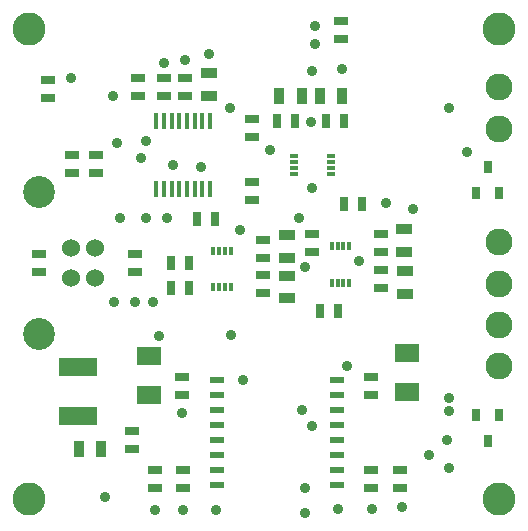
<source format=gbs>
G04 (created by PCBNEW (2013-07-07 BZR 4022)-stable) date 19.12.2014 22:13:32*
%MOIN*%
G04 Gerber Fmt 3.4, Leading zero omitted, Abs format*
%FSLAX34Y34*%
G01*
G70*
G90*
G04 APERTURE LIST*
%ADD10C,0.00590551*%
%ADD11C,0.06*%
%ADD12C,0.1063*%
%ADD13R,0.0315X0.0394*%
%ADD14R,0.045X0.02*%
%ADD15R,0.08X0.06*%
%ADD16R,0.055X0.035*%
%ADD17R,0.035X0.055*%
%ADD18R,0.045X0.025*%
%ADD19R,0.025X0.045*%
%ADD20R,0.125984X0.0590551*%
%ADD21C,0.09*%
%ADD22R,0.0314961X0.011811*%
%ADD23R,0.011811X0.0314961*%
%ADD24R,0.0138X0.0551*%
%ADD25C,0.110236*%
%ADD26C,0.035*%
G04 APERTURE END LIST*
G54D10*
G54D11*
X4149Y9339D03*
X4149Y10339D03*
X3362Y10339D03*
X3362Y9339D03*
G54D12*
X2299Y7477D03*
X2299Y12201D03*
G54D13*
X17250Y3917D03*
X17625Y4783D03*
X16875Y4783D03*
X17250Y13033D03*
X16875Y12167D03*
X17625Y12167D03*
G54D14*
X8225Y2429D03*
X8225Y2929D03*
X8225Y3429D03*
X8225Y3929D03*
X8225Y4429D03*
X8225Y4929D03*
X8225Y5429D03*
X8225Y5929D03*
X12225Y5929D03*
X12225Y5429D03*
X12225Y4929D03*
X12225Y4429D03*
X12225Y3929D03*
X12225Y3429D03*
X12225Y2929D03*
X12225Y2429D03*
G54D15*
X14550Y5550D03*
X14550Y6850D03*
X5975Y5429D03*
X5975Y6729D03*
G54D16*
X10549Y9414D03*
X10549Y8664D03*
X10549Y10014D03*
X10549Y10764D03*
X14499Y9564D03*
X14499Y8814D03*
X14449Y10214D03*
X14449Y10964D03*
G54D17*
X10299Y15414D03*
X11049Y15414D03*
X12399Y15414D03*
X11649Y15414D03*
G54D16*
X7949Y15414D03*
X7949Y16164D03*
G54D17*
X3625Y3650D03*
X4375Y3650D03*
G54D18*
X5600Y16000D03*
X5600Y15400D03*
X13699Y10189D03*
X13699Y10789D03*
X9749Y9439D03*
X9749Y8839D03*
X9749Y9989D03*
X9749Y10589D03*
G54D19*
X11649Y8239D03*
X12249Y8239D03*
G54D18*
X11399Y10189D03*
X11399Y10789D03*
G54D19*
X6699Y8989D03*
X7299Y8989D03*
X6699Y9839D03*
X7299Y9839D03*
X12474Y14564D03*
X11874Y14564D03*
X10224Y14564D03*
X10824Y14564D03*
G54D18*
X12350Y17900D03*
X12350Y17300D03*
X5499Y10139D03*
X5499Y9539D03*
X3399Y12839D03*
X3399Y13439D03*
X4199Y12839D03*
X4199Y13439D03*
X2600Y15950D03*
X2600Y15350D03*
X7075Y5429D03*
X7075Y6029D03*
X13375Y5429D03*
X13375Y6029D03*
X13375Y2929D03*
X13375Y2329D03*
X14325Y2929D03*
X14325Y2329D03*
X6150Y2950D03*
X6150Y2350D03*
X7100Y2950D03*
X7100Y2350D03*
X6449Y15389D03*
X6449Y15989D03*
X7149Y15389D03*
X7149Y15989D03*
X5400Y3650D03*
X5400Y4250D03*
X2299Y10139D03*
X2299Y9539D03*
X13699Y9589D03*
X13699Y8989D03*
G54D19*
X12449Y11789D03*
X13049Y11789D03*
X7550Y11300D03*
X8150Y11300D03*
G54D18*
X9399Y14039D03*
X9399Y14639D03*
X9399Y11939D03*
X9399Y12539D03*
G54D20*
X3600Y6376D03*
X3600Y4723D03*
G54D21*
X17616Y14311D03*
X17616Y15688D03*
X17616Y9150D03*
X17616Y10528D03*
X17616Y6394D03*
X17616Y7772D03*
G54D22*
X12034Y13409D03*
X12034Y13212D03*
X12034Y13015D03*
X12034Y12819D03*
X10813Y12819D03*
X10813Y13015D03*
X10813Y13212D03*
X10813Y13409D03*
G54D23*
X12644Y9179D03*
X12447Y9179D03*
X12250Y9179D03*
X12053Y9179D03*
X12053Y10399D03*
X12250Y10399D03*
X12447Y10399D03*
X12644Y10399D03*
X8694Y9029D03*
X8497Y9029D03*
X8300Y9029D03*
X8103Y9029D03*
X8103Y10249D03*
X8300Y10249D03*
X8497Y10249D03*
X8694Y10249D03*
G54D24*
X6203Y14571D03*
X6459Y14571D03*
X6715Y14571D03*
X6971Y14571D03*
X7227Y14571D03*
X7483Y14571D03*
X7739Y14571D03*
X7995Y14571D03*
X7995Y12307D03*
X7739Y12307D03*
X7483Y12307D03*
X7227Y12307D03*
X6971Y12307D03*
X6715Y12307D03*
X6459Y12307D03*
X6203Y12307D03*
G54D25*
X1968Y1968D03*
X17631Y1968D03*
X1968Y17631D03*
X17631Y17631D03*
G54D26*
X12550Y6400D03*
X11400Y16250D03*
X5850Y13900D03*
X9000Y10950D03*
X7700Y13050D03*
X13850Y11850D03*
X10000Y13600D03*
X4500Y2050D03*
X11500Y17150D03*
X12400Y16300D03*
X12950Y9900D03*
X8700Y7450D03*
X7050Y4850D03*
X8650Y15000D03*
X4900Y13850D03*
X5700Y13350D03*
X6750Y13100D03*
X11350Y14550D03*
X11150Y9700D03*
X10950Y11350D03*
X5500Y8550D03*
X4800Y8550D03*
X11400Y12350D03*
X6300Y7400D03*
X9100Y5950D03*
X6550Y11350D03*
X5000Y11350D03*
X5850Y11350D03*
X7950Y16800D03*
X6450Y16500D03*
X7150Y16600D03*
X14750Y11650D03*
X6100Y8550D03*
X8200Y1600D03*
X7100Y1600D03*
X6150Y1600D03*
X14400Y1700D03*
X13400Y1650D03*
X12250Y1650D03*
X11150Y1500D03*
X11150Y2350D03*
X15950Y4900D03*
X15950Y5350D03*
X15950Y3000D03*
X16550Y13550D03*
X3350Y16000D03*
X11500Y17750D03*
X4750Y15400D03*
X11400Y4400D03*
X11050Y4950D03*
X15900Y3950D03*
X15300Y3450D03*
X15950Y15000D03*
M02*

</source>
